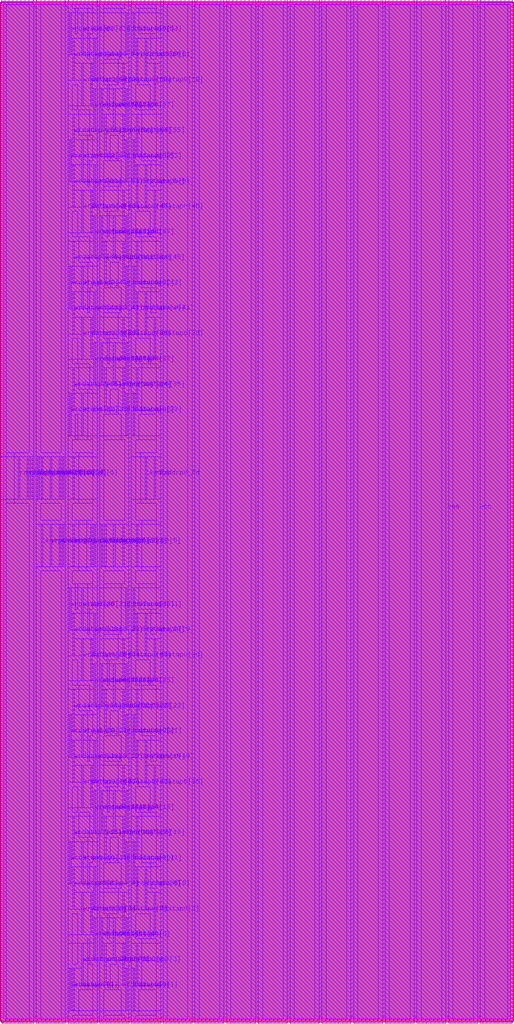
<source format=lef>
VERSION 5.8 ;
BUSBITCHARS "[]" ;
DIVIDERCHAR "/" ;

UNITS
  DATABASE MICRONS 4000 ;
END UNITS

PROPERTYDEFINITIONS
  MACRO hpml_layer STRING ;
  MACRO heml_layer STRING ;
END PROPERTYDEFINITIONS

MACRO arf062b064e1r1w0cbbehsaa4acw
  CLASS BLOCK ;
  FOREIGN arf062b064e1r1w0cbbehsaa4acw ;
  ORIGIN 0 0 ;
  SIZE 14.4 BY 28.8 ;
  PIN ckrdp0
    DIRECTION INPUT ;
    USE SIGNAL ;
    PORT
      LAYER m7 ;
        RECT 4.028 14.76 4.072 15.96 ;
    END
  END ckrdp0
  PIN ckwrp0
    DIRECTION INPUT ;
    USE SIGNAL ;
    PORT
      LAYER m7 ;
        RECT 1.072 12.84 1.116 14.04 ;
    END
  END ckwrp0
  PIN rdaddrp0[0]
    DIRECTION INPUT ;
    USE SIGNAL ;
    PORT
      LAYER m7 ;
        RECT 0.984 14.76 1.028 15.96 ;
    END
  END rdaddrp0[0]
  PIN rdaddrp0[1]
    DIRECTION INPUT ;
    USE SIGNAL ;
    PORT
      LAYER m7 ;
        RECT 1.072 14.76 1.116 15.96 ;
    END
  END rdaddrp0[1]
  PIN rdaddrp0[2]
    DIRECTION INPUT ;
    USE SIGNAL ;
    PORT
      LAYER m7 ;
        RECT 1.328 14.76 1.372 15.96 ;
    END
  END rdaddrp0[2]
  PIN rdaddrp0[3]
    DIRECTION INPUT ;
    USE SIGNAL ;
    PORT
      LAYER m7 ;
        RECT 1.584 14.76 1.628 15.96 ;
    END
  END rdaddrp0[3]
  PIN rdaddrp0[4]
    DIRECTION INPUT ;
    USE SIGNAL ;
    PORT
      LAYER m7 ;
        RECT 1.672 14.76 1.716 15.96 ;
    END
  END rdaddrp0[4]
  PIN rdaddrp0[5]
    DIRECTION INPUT ;
    USE SIGNAL ;
    PORT
      LAYER m7 ;
        RECT 1.972 14.76 2.016 15.96 ;
    END
  END rdaddrp0[5]
  PIN rdaddrp0_fd
    DIRECTION INPUT ;
    USE SIGNAL ;
    PORT
      LAYER m7 ;
        RECT 4.284 14.76 4.328 15.96 ;
    END
  END rdaddrp0_fd
  PIN rdaddrp0_rd
    DIRECTION INPUT ;
    USE SIGNAL ;
    PORT
      LAYER m7 ;
        RECT 0.428 14.76 0.472 15.96 ;
    END
  END rdaddrp0_rd
  PIN rdenp0
    DIRECTION INPUT ;
    USE SIGNAL ;
    PORT
      LAYER m7 ;
        RECT 0.684 14.76 0.728 15.96 ;
    END
  END rdenp0
  PIN sdl_initp0
    DIRECTION INPUT ;
    USE SIGNAL ;
    PORT
      LAYER m7 ;
        RECT 0.772 14.76 0.816 15.96 ;
    END
  END sdl_initp0
  PIN wraddrp0[0]
    DIRECTION INPUT ;
    USE SIGNAL ;
    PORT
      LAYER m7 ;
        RECT 2.572 12.84 2.616 14.04 ;
    END
  END wraddrp0[0]
  PIN wraddrp0[1]
    DIRECTION INPUT ;
    USE SIGNAL ;
    PORT
      LAYER m7 ;
        RECT 2.784 12.84 2.828 14.04 ;
    END
  END wraddrp0[1]
  PIN wraddrp0[2]
    DIRECTION INPUT ;
    USE SIGNAL ;
    PORT
      LAYER m7 ;
        RECT 2.872 12.84 2.916 14.04 ;
    END
  END wraddrp0[2]
  PIN wraddrp0[3]
    DIRECTION INPUT ;
    USE SIGNAL ;
    PORT
      LAYER m7 ;
        RECT 3.128 12.84 3.172 14.04 ;
    END
  END wraddrp0[3]
  PIN wraddrp0[4]
    DIRECTION INPUT ;
    USE SIGNAL ;
    PORT
      LAYER m7 ;
        RECT 3.384 12.84 3.428 14.04 ;
    END
  END wraddrp0[4]
  PIN wraddrp0[5]
    DIRECTION INPUT ;
    USE SIGNAL ;
    PORT
      LAYER m7 ;
        RECT 3.772 12.84 3.816 14.04 ;
    END
  END wraddrp0[5]
  PIN wraddrp0_fd
    DIRECTION INPUT ;
    USE SIGNAL ;
    PORT
      LAYER m7 ;
        RECT 1.328 12.84 1.372 14.04 ;
    END
  END wraddrp0_fd
  PIN wraddrp0_rd
    DIRECTION INPUT ;
    USE SIGNAL ;
    PORT
      LAYER m7 ;
        RECT 1.584 12.84 1.628 14.04 ;
    END
  END wraddrp0_rd
  PIN wrdatap0[0]
    DIRECTION INPUT ;
    USE SIGNAL ;
    PORT
      LAYER m7 ;
        RECT 1.884 0.24 1.928 1.44 ;
    END
  END wrdatap0[0]
  PIN wrdatap0[10]
    DIRECTION INPUT ;
    USE SIGNAL ;
    PORT
      LAYER m7 ;
        RECT 1.884 3.84 1.928 5.04 ;
    END
  END wrdatap0[10]
  PIN wrdatap0[11]
    DIRECTION INPUT ;
    USE SIGNAL ;
    PORT
      LAYER m7 ;
        RECT 2.228 3.84 2.272 5.04 ;
    END
  END wrdatap0[11]
  PIN wrdatap0[12]
    DIRECTION INPUT ;
    USE SIGNAL ;
    PORT
      LAYER m7 ;
        RECT 2.872 4.56 2.916 5.76 ;
    END
  END wrdatap0[12]
  PIN wrdatap0[13]
    DIRECTION INPUT ;
    USE SIGNAL ;
    PORT
      LAYER m7 ;
        RECT 1.972 4.56 2.016 5.76 ;
    END
  END wrdatap0[13]
  PIN wrdatap0[14]
    DIRECTION INPUT ;
    USE SIGNAL ;
    PORT
      LAYER m7 ;
        RECT 2.572 5.28 2.616 6.48 ;
    END
  END wrdatap0[14]
  PIN wrdatap0[15]
    DIRECTION INPUT ;
    USE SIGNAL ;
    PORT
      LAYER m7 ;
        RECT 2.784 5.28 2.828 6.48 ;
    END
  END wrdatap0[15]
  PIN wrdatap0[16]
    DIRECTION INPUT ;
    USE SIGNAL ;
    PORT
      LAYER m7 ;
        RECT 2.228 6 2.272 7.2 ;
    END
  END wrdatap0[16]
  PIN wrdatap0[17]
    DIRECTION INPUT ;
    USE SIGNAL ;
    PORT
      LAYER m7 ;
        RECT 2.484 6 2.528 7.2 ;
    END
  END wrdatap0[17]
  PIN wrdatap0[18]
    DIRECTION INPUT ;
    USE SIGNAL ;
    PORT
      LAYER m7 ;
        RECT 1.972 6.72 2.016 7.92 ;
    END
  END wrdatap0[18]
  PIN wrdatap0[19]
    DIRECTION INPUT ;
    USE SIGNAL ;
    PORT
      LAYER m7 ;
        RECT 2.572 6.72 2.616 7.92 ;
    END
  END wrdatap0[19]
  PIN wrdatap0[1]
    DIRECTION INPUT ;
    USE SIGNAL ;
    PORT
      LAYER m7 ;
        RECT 1.972 0.24 2.016 1.44 ;
    END
  END wrdatap0[1]
  PIN wrdatap0[20]
    DIRECTION INPUT ;
    USE SIGNAL ;
    PORT
      LAYER m7 ;
        RECT 1.884 7.44 1.928 8.64 ;
    END
  END wrdatap0[20]
  PIN wrdatap0[21]
    DIRECTION INPUT ;
    USE SIGNAL ;
    PORT
      LAYER m7 ;
        RECT 2.228 7.44 2.272 8.64 ;
    END
  END wrdatap0[21]
  PIN wrdatap0[22]
    DIRECTION INPUT ;
    USE SIGNAL ;
    PORT
      LAYER m7 ;
        RECT 2.872 8.16 2.916 9.36 ;
    END
  END wrdatap0[22]
  PIN wrdatap0[23]
    DIRECTION INPUT ;
    USE SIGNAL ;
    PORT
      LAYER m7 ;
        RECT 1.972 8.16 2.016 9.36 ;
    END
  END wrdatap0[23]
  PIN wrdatap0[24]
    DIRECTION INPUT ;
    USE SIGNAL ;
    PORT
      LAYER m7 ;
        RECT 2.572 8.88 2.616 10.08 ;
    END
  END wrdatap0[24]
  PIN wrdatap0[25]
    DIRECTION INPUT ;
    USE SIGNAL ;
    PORT
      LAYER m7 ;
        RECT 2.784 8.88 2.828 10.08 ;
    END
  END wrdatap0[25]
  PIN wrdatap0[26]
    DIRECTION INPUT ;
    USE SIGNAL ;
    PORT
      LAYER m7 ;
        RECT 2.228 9.6 2.272 10.8 ;
    END
  END wrdatap0[26]
  PIN wrdatap0[27]
    DIRECTION INPUT ;
    USE SIGNAL ;
    PORT
      LAYER m7 ;
        RECT 2.484 9.6 2.528 10.8 ;
    END
  END wrdatap0[27]
  PIN wrdatap0[28]
    DIRECTION INPUT ;
    USE SIGNAL ;
    PORT
      LAYER m7 ;
        RECT 1.972 10.32 2.016 11.52 ;
    END
  END wrdatap0[28]
  PIN wrdatap0[29]
    DIRECTION INPUT ;
    USE SIGNAL ;
    PORT
      LAYER m7 ;
        RECT 2.572 10.32 2.616 11.52 ;
    END
  END wrdatap0[29]
  PIN wrdatap0[2]
    DIRECTION INPUT ;
    USE SIGNAL ;
    PORT
      LAYER m7 ;
        RECT 2.872 0.96 2.916 2.16 ;
    END
  END wrdatap0[2]
  PIN wrdatap0[30]
    DIRECTION INPUT ;
    USE SIGNAL ;
    PORT
      LAYER m7 ;
        RECT 1.884 11.04 1.928 12.24 ;
    END
  END wrdatap0[30]
  PIN wrdatap0[31]
    DIRECTION INPUT ;
    USE SIGNAL ;
    PORT
      LAYER m7 ;
        RECT 2.228 11.04 2.272 12.24 ;
    END
  END wrdatap0[31]
  PIN wrdatap0[32]
    DIRECTION INPUT ;
    USE SIGNAL ;
    PORT
      LAYER m7 ;
        RECT 1.884 16.56 1.928 17.76 ;
    END
  END wrdatap0[32]
  PIN wrdatap0[33]
    DIRECTION INPUT ;
    USE SIGNAL ;
    PORT
      LAYER m7 ;
        RECT 2.228 16.56 2.272 17.76 ;
    END
  END wrdatap0[33]
  PIN wrdatap0[34]
    DIRECTION INPUT ;
    USE SIGNAL ;
    PORT
      LAYER m7 ;
        RECT 2.872 17.28 2.916 18.48 ;
    END
  END wrdatap0[34]
  PIN wrdatap0[35]
    DIRECTION INPUT ;
    USE SIGNAL ;
    PORT
      LAYER m7 ;
        RECT 1.972 17.28 2.016 18.48 ;
    END
  END wrdatap0[35]
  PIN wrdatap0[36]
    DIRECTION INPUT ;
    USE SIGNAL ;
    PORT
      LAYER m7 ;
        RECT 2.572 18 2.616 19.2 ;
    END
  END wrdatap0[36]
  PIN wrdatap0[37]
    DIRECTION INPUT ;
    USE SIGNAL ;
    PORT
      LAYER m7 ;
        RECT 2.784 18 2.828 19.2 ;
    END
  END wrdatap0[37]
  PIN wrdatap0[38]
    DIRECTION INPUT ;
    USE SIGNAL ;
    PORT
      LAYER m7 ;
        RECT 2.228 18.72 2.272 19.92 ;
    END
  END wrdatap0[38]
  PIN wrdatap0[39]
    DIRECTION INPUT ;
    USE SIGNAL ;
    PORT
      LAYER m7 ;
        RECT 2.484 18.72 2.528 19.92 ;
    END
  END wrdatap0[39]
  PIN wrdatap0[3]
    DIRECTION INPUT ;
    USE SIGNAL ;
    PORT
      LAYER m7 ;
        RECT 2.228 0.96 2.272 2.16 ;
    END
  END wrdatap0[3]
  PIN wrdatap0[40]
    DIRECTION INPUT ;
    USE SIGNAL ;
    PORT
      LAYER m7 ;
        RECT 1.972 19.44 2.016 20.64 ;
    END
  END wrdatap0[40]
  PIN wrdatap0[41]
    DIRECTION INPUT ;
    USE SIGNAL ;
    PORT
      LAYER m7 ;
        RECT 2.572 19.44 2.616 20.64 ;
    END
  END wrdatap0[41]
  PIN wrdatap0[42]
    DIRECTION INPUT ;
    USE SIGNAL ;
    PORT
      LAYER m7 ;
        RECT 1.884 20.16 1.928 21.36 ;
    END
  END wrdatap0[42]
  PIN wrdatap0[43]
    DIRECTION INPUT ;
    USE SIGNAL ;
    PORT
      LAYER m7 ;
        RECT 2.228 20.16 2.272 21.36 ;
    END
  END wrdatap0[43]
  PIN wrdatap0[44]
    DIRECTION INPUT ;
    USE SIGNAL ;
    PORT
      LAYER m7 ;
        RECT 2.872 20.88 2.916 22.08 ;
    END
  END wrdatap0[44]
  PIN wrdatap0[45]
    DIRECTION INPUT ;
    USE SIGNAL ;
    PORT
      LAYER m7 ;
        RECT 1.972 20.88 2.016 22.08 ;
    END
  END wrdatap0[45]
  PIN wrdatap0[46]
    DIRECTION INPUT ;
    USE SIGNAL ;
    PORT
      LAYER m7 ;
        RECT 2.572 21.6 2.616 22.8 ;
    END
  END wrdatap0[46]
  PIN wrdatap0[47]
    DIRECTION INPUT ;
    USE SIGNAL ;
    PORT
      LAYER m7 ;
        RECT 2.784 21.6 2.828 22.8 ;
    END
  END wrdatap0[47]
  PIN wrdatap0[48]
    DIRECTION INPUT ;
    USE SIGNAL ;
    PORT
      LAYER m7 ;
        RECT 2.228 22.32 2.272 23.52 ;
    END
  END wrdatap0[48]
  PIN wrdatap0[49]
    DIRECTION INPUT ;
    USE SIGNAL ;
    PORT
      LAYER m7 ;
        RECT 2.484 22.32 2.528 23.52 ;
    END
  END wrdatap0[49]
  PIN wrdatap0[4]
    DIRECTION INPUT ;
    USE SIGNAL ;
    PORT
      LAYER m7 ;
        RECT 2.572 1.68 2.616 2.88 ;
    END
  END wrdatap0[4]
  PIN wrdatap0[50]
    DIRECTION INPUT ;
    USE SIGNAL ;
    PORT
      LAYER m7 ;
        RECT 1.972 23.04 2.016 24.24 ;
    END
  END wrdatap0[50]
  PIN wrdatap0[51]
    DIRECTION INPUT ;
    USE SIGNAL ;
    PORT
      LAYER m7 ;
        RECT 2.572 23.04 2.616 24.24 ;
    END
  END wrdatap0[51]
  PIN wrdatap0[52]
    DIRECTION INPUT ;
    USE SIGNAL ;
    PORT
      LAYER m7 ;
        RECT 1.884 23.76 1.928 24.96 ;
    END
  END wrdatap0[52]
  PIN wrdatap0[53]
    DIRECTION INPUT ;
    USE SIGNAL ;
    PORT
      LAYER m7 ;
        RECT 2.228 23.76 2.272 24.96 ;
    END
  END wrdatap0[53]
  PIN wrdatap0[54]
    DIRECTION INPUT ;
    USE SIGNAL ;
    PORT
      LAYER m7 ;
        RECT 2.872 24.48 2.916 25.68 ;
    END
  END wrdatap0[54]
  PIN wrdatap0[55]
    DIRECTION INPUT ;
    USE SIGNAL ;
    PORT
      LAYER m7 ;
        RECT 1.972 24.48 2.016 25.68 ;
    END
  END wrdatap0[55]
  PIN wrdatap0[56]
    DIRECTION INPUT ;
    USE SIGNAL ;
    PORT
      LAYER m7 ;
        RECT 2.572 25.2 2.616 26.4 ;
    END
  END wrdatap0[56]
  PIN wrdatap0[57]
    DIRECTION INPUT ;
    USE SIGNAL ;
    PORT
      LAYER m7 ;
        RECT 2.784 25.2 2.828 26.4 ;
    END
  END wrdatap0[57]
  PIN wrdatap0[58]
    DIRECTION INPUT ;
    USE SIGNAL ;
    PORT
      LAYER m7 ;
        RECT 2.228 25.92 2.272 27.12 ;
    END
  END wrdatap0[58]
  PIN wrdatap0[59]
    DIRECTION INPUT ;
    USE SIGNAL ;
    PORT
      LAYER m7 ;
        RECT 2.484 25.92 2.528 27.12 ;
    END
  END wrdatap0[59]
  PIN wrdatap0[5]
    DIRECTION INPUT ;
    USE SIGNAL ;
    PORT
      LAYER m7 ;
        RECT 2.784 1.68 2.828 2.88 ;
    END
  END wrdatap0[5]
  PIN wrdatap0[60]
    DIRECTION INPUT ;
    USE SIGNAL ;
    PORT
      LAYER m7 ;
        RECT 1.972 26.64 2.016 27.84 ;
    END
  END wrdatap0[60]
  PIN wrdatap0[61]
    DIRECTION INPUT ;
    USE SIGNAL ;
    PORT
      LAYER m7 ;
        RECT 2.572 26.64 2.616 27.84 ;
    END
  END wrdatap0[61]
  PIN wrdatap0[62]
    DIRECTION INPUT ;
    USE SIGNAL ;
    PORT
      LAYER m7 ;
        RECT 1.884 27.36 1.928 28.56 ;
    END
  END wrdatap0[62]
  PIN wrdatap0[63]
    DIRECTION INPUT ;
    USE SIGNAL ;
    PORT
      LAYER m7 ;
        RECT 2.228 27.36 2.272 28.56 ;
    END
  END wrdatap0[63]
  PIN wrdatap0[6]
    DIRECTION INPUT ;
    USE SIGNAL ;
    PORT
      LAYER m7 ;
        RECT 2.228 2.4 2.272 3.6 ;
    END
  END wrdatap0[6]
  PIN wrdatap0[7]
    DIRECTION INPUT ;
    USE SIGNAL ;
    PORT
      LAYER m7 ;
        RECT 2.484 2.4 2.528 3.6 ;
    END
  END wrdatap0[7]
  PIN wrdatap0[8]
    DIRECTION INPUT ;
    USE SIGNAL ;
    PORT
      LAYER m7 ;
        RECT 1.972 3.12 2.016 4.32 ;
    END
  END wrdatap0[8]
  PIN wrdatap0[9]
    DIRECTION INPUT ;
    USE SIGNAL ;
    PORT
      LAYER m7 ;
        RECT 2.572 3.12 2.616 4.32 ;
    END
  END wrdatap0[9]
  PIN wrdatap0_fd
    DIRECTION INPUT ;
    USE SIGNAL ;
    PORT
      LAYER m7 ;
        RECT 1.972 12.84 2.016 14.04 ;
    END
  END wrdatap0_fd
  PIN wrdatap0_rd
    DIRECTION INPUT ;
    USE SIGNAL ;
    PORT
      LAYER m7 ;
        RECT 2.484 12.84 2.528 14.04 ;
    END
  END wrdatap0_rd
  PIN wrenp0
    DIRECTION INPUT ;
    USE SIGNAL ;
    PORT
      LAYER m7 ;
        RECT 1.672 12.84 1.716 14.04 ;
    END
  END wrenp0
  PIN rddatap0[0]
    DIRECTION OUTPUT ;
    USE SIGNAL ;
    PORT
      LAYER m7 ;
        RECT 3.472 0.24 3.516 1.44 ;
    END
  END rddatap0[0]
  PIN rddatap0[10]
    DIRECTION OUTPUT ;
    USE SIGNAL ;
    PORT
      LAYER m7 ;
        RECT 3.472 3.84 3.516 5.04 ;
    END
  END rddatap0[10]
  PIN rddatap0[11]
    DIRECTION OUTPUT ;
    USE SIGNAL ;
    PORT
      LAYER m7 ;
        RECT 3.684 3.84 3.728 5.04 ;
    END
  END rddatap0[11]
  PIN rddatap0[12]
    DIRECTION OUTPUT ;
    USE SIGNAL ;
    PORT
      LAYER m7 ;
        RECT 3.384 4.56 3.428 5.76 ;
    END
  END rddatap0[12]
  PIN rddatap0[13]
    DIRECTION OUTPUT ;
    USE SIGNAL ;
    PORT
      LAYER m7 ;
        RECT 3.772 4.56 3.816 5.76 ;
    END
  END rddatap0[13]
  PIN rddatap0[14]
    DIRECTION OUTPUT ;
    USE SIGNAL ;
    PORT
      LAYER m7 ;
        RECT 3.128 5.28 3.172 6.48 ;
    END
  END rddatap0[14]
  PIN rddatap0[15]
    DIRECTION OUTPUT ;
    USE SIGNAL ;
    PORT
      LAYER m7 ;
        RECT 3.472 5.28 3.516 6.48 ;
    END
  END rddatap0[15]
  PIN rddatap0[16]
    DIRECTION OUTPUT ;
    USE SIGNAL ;
    PORT
      LAYER m7 ;
        RECT 4.284 6 4.328 7.2 ;
    END
  END rddatap0[16]
  PIN rddatap0[17]
    DIRECTION OUTPUT ;
    USE SIGNAL ;
    PORT
      LAYER m7 ;
        RECT 3.384 6 3.428 7.2 ;
    END
  END rddatap0[17]
  PIN rddatap0[18]
    DIRECTION OUTPUT ;
    USE SIGNAL ;
    PORT
      LAYER m7 ;
        RECT 3.772 6.72 3.816 7.92 ;
    END
  END rddatap0[18]
  PIN rddatap0[19]
    DIRECTION OUTPUT ;
    USE SIGNAL ;
    PORT
      LAYER m7 ;
        RECT 4.028 6.72 4.072 7.92 ;
    END
  END rddatap0[19]
  PIN rddatap0[1]
    DIRECTION OUTPUT ;
    USE SIGNAL ;
    PORT
      LAYER m7 ;
        RECT 3.684 0.24 3.728 1.44 ;
    END
  END rddatap0[1]
  PIN rddatap0[20]
    DIRECTION OUTPUT ;
    USE SIGNAL ;
    PORT
      LAYER m7 ;
        RECT 3.472 7.44 3.516 8.64 ;
    END
  END rddatap0[20]
  PIN rddatap0[21]
    DIRECTION OUTPUT ;
    USE SIGNAL ;
    PORT
      LAYER m7 ;
        RECT 3.684 7.44 3.728 8.64 ;
    END
  END rddatap0[21]
  PIN rddatap0[22]
    DIRECTION OUTPUT ;
    USE SIGNAL ;
    PORT
      LAYER m7 ;
        RECT 3.384 8.16 3.428 9.36 ;
    END
  END rddatap0[22]
  PIN rddatap0[23]
    DIRECTION OUTPUT ;
    USE SIGNAL ;
    PORT
      LAYER m7 ;
        RECT 3.772 8.16 3.816 9.36 ;
    END
  END rddatap0[23]
  PIN rddatap0[24]
    DIRECTION OUTPUT ;
    USE SIGNAL ;
    PORT
      LAYER m7 ;
        RECT 3.128 8.88 3.172 10.08 ;
    END
  END rddatap0[24]
  PIN rddatap0[25]
    DIRECTION OUTPUT ;
    USE SIGNAL ;
    PORT
      LAYER m7 ;
        RECT 3.472 8.88 3.516 10.08 ;
    END
  END rddatap0[25]
  PIN rddatap0[26]
    DIRECTION OUTPUT ;
    USE SIGNAL ;
    PORT
      LAYER m7 ;
        RECT 4.284 9.6 4.328 10.8 ;
    END
  END rddatap0[26]
  PIN rddatap0[27]
    DIRECTION OUTPUT ;
    USE SIGNAL ;
    PORT
      LAYER m7 ;
        RECT 3.384 9.6 3.428 10.8 ;
    END
  END rddatap0[27]
  PIN rddatap0[28]
    DIRECTION OUTPUT ;
    USE SIGNAL ;
    PORT
      LAYER m7 ;
        RECT 3.772 10.32 3.816 11.52 ;
    END
  END rddatap0[28]
  PIN rddatap0[29]
    DIRECTION OUTPUT ;
    USE SIGNAL ;
    PORT
      LAYER m7 ;
        RECT 4.028 10.32 4.072 11.52 ;
    END
  END rddatap0[29]
  PIN rddatap0[2]
    DIRECTION OUTPUT ;
    USE SIGNAL ;
    PORT
      LAYER m7 ;
        RECT 3.384 0.96 3.428 2.16 ;
    END
  END rddatap0[2]
  PIN rddatap0[30]
    DIRECTION OUTPUT ;
    USE SIGNAL ;
    PORT
      LAYER m7 ;
        RECT 3.472 11.04 3.516 12.24 ;
    END
  END rddatap0[30]
  PIN rddatap0[31]
    DIRECTION OUTPUT ;
    USE SIGNAL ;
    PORT
      LAYER m7 ;
        RECT 3.684 11.04 3.728 12.24 ;
    END
  END rddatap0[31]
  PIN rddatap0[32]
    DIRECTION OUTPUT ;
    USE SIGNAL ;
    PORT
      LAYER m7 ;
        RECT 3.472 16.56 3.516 17.76 ;
    END
  END rddatap0[32]
  PIN rddatap0[33]
    DIRECTION OUTPUT ;
    USE SIGNAL ;
    PORT
      LAYER m7 ;
        RECT 3.684 16.56 3.728 17.76 ;
    END
  END rddatap0[33]
  PIN rddatap0[34]
    DIRECTION OUTPUT ;
    USE SIGNAL ;
    PORT
      LAYER m7 ;
        RECT 3.384 17.28 3.428 18.48 ;
    END
  END rddatap0[34]
  PIN rddatap0[35]
    DIRECTION OUTPUT ;
    USE SIGNAL ;
    PORT
      LAYER m7 ;
        RECT 3.772 17.28 3.816 18.48 ;
    END
  END rddatap0[35]
  PIN rddatap0[36]
    DIRECTION OUTPUT ;
    USE SIGNAL ;
    PORT
      LAYER m7 ;
        RECT 3.128 18 3.172 19.2 ;
    END
  END rddatap0[36]
  PIN rddatap0[37]
    DIRECTION OUTPUT ;
    USE SIGNAL ;
    PORT
      LAYER m7 ;
        RECT 3.472 18 3.516 19.2 ;
    END
  END rddatap0[37]
  PIN rddatap0[38]
    DIRECTION OUTPUT ;
    USE SIGNAL ;
    PORT
      LAYER m7 ;
        RECT 4.284 18.72 4.328 19.92 ;
    END
  END rddatap0[38]
  PIN rddatap0[39]
    DIRECTION OUTPUT ;
    USE SIGNAL ;
    PORT
      LAYER m7 ;
        RECT 3.384 18.72 3.428 19.92 ;
    END
  END rddatap0[39]
  PIN rddatap0[3]
    DIRECTION OUTPUT ;
    USE SIGNAL ;
    PORT
      LAYER m7 ;
        RECT 3.772 0.96 3.816 2.16 ;
    END
  END rddatap0[3]
  PIN rddatap0[40]
    DIRECTION OUTPUT ;
    USE SIGNAL ;
    PORT
      LAYER m7 ;
        RECT 3.772 19.44 3.816 20.64 ;
    END
  END rddatap0[40]
  PIN rddatap0[41]
    DIRECTION OUTPUT ;
    USE SIGNAL ;
    PORT
      LAYER m7 ;
        RECT 4.028 19.44 4.072 20.64 ;
    END
  END rddatap0[41]
  PIN rddatap0[42]
    DIRECTION OUTPUT ;
    USE SIGNAL ;
    PORT
      LAYER m7 ;
        RECT 3.472 20.16 3.516 21.36 ;
    END
  END rddatap0[42]
  PIN rddatap0[43]
    DIRECTION OUTPUT ;
    USE SIGNAL ;
    PORT
      LAYER m7 ;
        RECT 3.684 20.16 3.728 21.36 ;
    END
  END rddatap0[43]
  PIN rddatap0[44]
    DIRECTION OUTPUT ;
    USE SIGNAL ;
    PORT
      LAYER m7 ;
        RECT 3.384 20.88 3.428 22.08 ;
    END
  END rddatap0[44]
  PIN rddatap0[45]
    DIRECTION OUTPUT ;
    USE SIGNAL ;
    PORT
      LAYER m7 ;
        RECT 3.772 20.88 3.816 22.08 ;
    END
  END rddatap0[45]
  PIN rddatap0[46]
    DIRECTION OUTPUT ;
    USE SIGNAL ;
    PORT
      LAYER m7 ;
        RECT 3.128 21.6 3.172 22.8 ;
    END
  END rddatap0[46]
  PIN rddatap0[47]
    DIRECTION OUTPUT ;
    USE SIGNAL ;
    PORT
      LAYER m7 ;
        RECT 3.472 21.6 3.516 22.8 ;
    END
  END rddatap0[47]
  PIN rddatap0[48]
    DIRECTION OUTPUT ;
    USE SIGNAL ;
    PORT
      LAYER m7 ;
        RECT 4.284 22.32 4.328 23.52 ;
    END
  END rddatap0[48]
  PIN rddatap0[49]
    DIRECTION OUTPUT ;
    USE SIGNAL ;
    PORT
      LAYER m7 ;
        RECT 3.384 22.32 3.428 23.52 ;
    END
  END rddatap0[49]
  PIN rddatap0[4]
    DIRECTION OUTPUT ;
    USE SIGNAL ;
    PORT
      LAYER m7 ;
        RECT 3.128 1.68 3.172 2.88 ;
    END
  END rddatap0[4]
  PIN rddatap0[50]
    DIRECTION OUTPUT ;
    USE SIGNAL ;
    PORT
      LAYER m7 ;
        RECT 3.772 23.04 3.816 24.24 ;
    END
  END rddatap0[50]
  PIN rddatap0[51]
    DIRECTION OUTPUT ;
    USE SIGNAL ;
    PORT
      LAYER m7 ;
        RECT 4.028 23.04 4.072 24.24 ;
    END
  END rddatap0[51]
  PIN rddatap0[52]
    DIRECTION OUTPUT ;
    USE SIGNAL ;
    PORT
      LAYER m7 ;
        RECT 3.472 23.76 3.516 24.96 ;
    END
  END rddatap0[52]
  PIN rddatap0[53]
    DIRECTION OUTPUT ;
    USE SIGNAL ;
    PORT
      LAYER m7 ;
        RECT 3.684 23.76 3.728 24.96 ;
    END
  END rddatap0[53]
  PIN rddatap0[54]
    DIRECTION OUTPUT ;
    USE SIGNAL ;
    PORT
      LAYER m7 ;
        RECT 3.384 24.48 3.428 25.68 ;
    END
  END rddatap0[54]
  PIN rddatap0[55]
    DIRECTION OUTPUT ;
    USE SIGNAL ;
    PORT
      LAYER m7 ;
        RECT 3.772 24.48 3.816 25.68 ;
    END
  END rddatap0[55]
  PIN rddatap0[56]
    DIRECTION OUTPUT ;
    USE SIGNAL ;
    PORT
      LAYER m7 ;
        RECT 3.128 25.2 3.172 26.4 ;
    END
  END rddatap0[56]
  PIN rddatap0[57]
    DIRECTION OUTPUT ;
    USE SIGNAL ;
    PORT
      LAYER m7 ;
        RECT 3.472 25.2 3.516 26.4 ;
    END
  END rddatap0[57]
  PIN rddatap0[58]
    DIRECTION OUTPUT ;
    USE SIGNAL ;
    PORT
      LAYER m7 ;
        RECT 4.284 25.92 4.328 27.12 ;
    END
  END rddatap0[58]
  PIN rddatap0[59]
    DIRECTION OUTPUT ;
    USE SIGNAL ;
    PORT
      LAYER m7 ;
        RECT 3.384 25.92 3.428 27.12 ;
    END
  END rddatap0[59]
  PIN rddatap0[5]
    DIRECTION OUTPUT ;
    USE SIGNAL ;
    PORT
      LAYER m7 ;
        RECT 3.472 1.68 3.516 2.88 ;
    END
  END rddatap0[5]
  PIN rddatap0[60]
    DIRECTION OUTPUT ;
    USE SIGNAL ;
    PORT
      LAYER m7 ;
        RECT 3.772 26.64 3.816 27.84 ;
    END
  END rddatap0[60]
  PIN rddatap0[61]
    DIRECTION OUTPUT ;
    USE SIGNAL ;
    PORT
      LAYER m7 ;
        RECT 4.028 26.64 4.072 27.84 ;
    END
  END rddatap0[61]
  PIN rddatap0[62]
    DIRECTION OUTPUT ;
    USE SIGNAL ;
    PORT
      LAYER m7 ;
        RECT 3.472 27.36 3.516 28.56 ;
    END
  END rddatap0[62]
  PIN rddatap0[63]
    DIRECTION OUTPUT ;
    USE SIGNAL ;
    PORT
      LAYER m7 ;
        RECT 3.684 27.36 3.728 28.56 ;
    END
  END rddatap0[63]
  PIN rddatap0[6]
    DIRECTION OUTPUT ;
    USE SIGNAL ;
    PORT
      LAYER m7 ;
        RECT 4.284 2.4 4.328 3.6 ;
    END
  END rddatap0[6]
  PIN rddatap0[7]
    DIRECTION OUTPUT ;
    USE SIGNAL ;
    PORT
      LAYER m7 ;
        RECT 3.384 2.4 3.428 3.6 ;
    END
  END rddatap0[7]
  PIN rddatap0[8]
    DIRECTION OUTPUT ;
    USE SIGNAL ;
    PORT
      LAYER m7 ;
        RECT 3.772 3.12 3.816 4.32 ;
    END
  END rddatap0[8]
  PIN rddatap0[9]
    DIRECTION OUTPUT ;
    USE SIGNAL ;
    PORT
      LAYER m7 ;
        RECT 4.028 3.12 4.072 4.32 ;
    END
  END rddatap0[9]
  PIN vcc
    DIRECTION INPUT ;
    USE POWER ;
    PORT
      LAYER m7 ;
        RECT 0.862 0.06 0.938 28.74 ;
        RECT 2.662 0.06 2.738 28.74 ;
        RECT 4.462 0.06 4.538 28.74 ;
        RECT 6.262 0.06 6.338 28.74 ;
        RECT 8.062 0.06 8.138 28.74 ;
        RECT 9.862 0.06 9.938 28.74 ;
        RECT 11.662 0.06 11.738 28.74 ;
        RECT 13.462 0.06 13.538 28.74 ;
    END
  END vcc
  PIN vss
    DIRECTION INOUT ;
    USE GROUND ;
    PORT
      LAYER m7 ;
        RECT 1.762 0.06 1.838 28.74 ;
        RECT 3.562 0.06 3.638 28.74 ;
        RECT 5.362 0.06 5.438 28.74 ;
        RECT 7.162 0.06 7.238 28.74 ;
        RECT 8.962 0.06 9.038 28.74 ;
        RECT 10.762 0.06 10.838 28.74 ;
        RECT 12.562 0.06 12.638 28.74 ;
    END
  END vss
  OBS
    LAYER m0 SPACING 0 ;
      RECT -0.016 -0.014 14.416 28.814 ;
    LAYER m1 SPACING 0 ;
      RECT -0.02 -0.02 14.42 28.82 ;
    LAYER m2 SPACING 0 ;
      RECT -0.0705 -0.038 14.4705 28.838 ;
    LAYER m3 SPACING 0 ;
      RECT -0.035 -0.07 14.435 28.87 ;
    LAYER m4 SPACING 0 ;
      RECT -0.07 -0.038 14.47 28.838 ;
    LAYER m5 SPACING 0 ;
      RECT -0.059 -0.09 14.459 28.89 ;
    LAYER m6 SPACING 0 ;
      RECT -0.09 -0.062 14.49 28.862 ;
    LAYER m7 SPACING 0 ;
      RECT 13.538 28.86 14.44 28.92 ;
      RECT 13.538 -0.06 14.492 28.86 ;
      RECT 13.538 -0.12 14.44 -0.06 ;
      RECT 12.638 -0.12 13.462 28.92 ;
      RECT 11.738 -0.12 12.562 28.92 ;
      RECT 10.838 -0.12 11.662 28.92 ;
      RECT 9.938 -0.12 10.762 28.92 ;
      RECT 9.038 -0.12 9.862 28.92 ;
      RECT 8.138 -0.12 8.962 28.92 ;
      RECT 7.238 -0.12 8.062 28.92 ;
      RECT 6.338 -0.12 7.162 28.92 ;
      RECT 5.438 -0.12 6.262 28.92 ;
      RECT 4.538 -0.12 5.362 28.92 ;
      RECT 3.638 28.56 4.462 28.92 ;
      RECT 3.728 27.84 4.462 28.56 ;
      RECT 3.638 27.36 3.684 28.56 ;
      RECT 3.728 27.36 3.772 27.84 ;
      RECT 4.072 27.12 4.462 27.84 ;
      RECT 3.816 26.64 4.028 27.84 ;
      RECT 3.638 26.64 3.772 27.36 ;
      RECT 4.072 26.64 4.284 27.12 ;
      RECT 4.328 25.92 4.462 27.12 ;
      RECT 3.638 25.92 4.284 26.64 ;
      RECT 3.638 25.68 4.462 25.92 ;
      RECT 3.638 24.96 3.772 25.68 ;
      RECT 3.816 24.48 4.462 25.68 ;
      RECT 3.728 24.48 3.772 24.96 ;
      RECT 3.728 24.24 4.462 24.48 ;
      RECT 3.638 23.76 3.684 24.96 ;
      RECT 3.728 23.76 3.772 24.24 ;
      RECT 4.072 23.52 4.462 24.24 ;
      RECT 3.816 23.04 4.028 24.24 ;
      RECT 3.638 23.04 3.772 23.76 ;
      RECT 4.072 23.04 4.284 23.52 ;
      RECT 4.328 22.32 4.462 23.52 ;
      RECT 3.638 22.32 4.284 23.04 ;
      RECT 3.638 22.08 4.462 22.32 ;
      RECT 3.638 21.36 3.772 22.08 ;
      RECT 3.816 20.88 4.462 22.08 ;
      RECT 3.728 20.88 3.772 21.36 ;
      RECT 3.728 20.64 4.462 20.88 ;
      RECT 3.638 20.16 3.684 21.36 ;
      RECT 3.728 20.16 3.772 20.64 ;
      RECT 4.072 19.92 4.462 20.64 ;
      RECT 3.816 19.44 4.028 20.64 ;
      RECT 3.638 19.44 3.772 20.16 ;
      RECT 4.072 19.44 4.284 19.92 ;
      RECT 4.328 18.72 4.462 19.92 ;
      RECT 3.638 18.72 4.284 19.44 ;
      RECT 3.638 18.48 4.462 18.72 ;
      RECT 3.638 17.76 3.772 18.48 ;
      RECT 3.816 17.28 4.462 18.48 ;
      RECT 3.728 17.28 3.772 17.76 ;
      RECT 3.638 16.56 3.684 17.76 ;
      RECT 3.728 16.56 4.462 17.28 ;
      RECT 3.638 15.96 4.462 16.56 ;
      RECT 3.638 14.76 4.028 15.96 ;
      RECT 4.072 14.76 4.284 15.96 ;
      RECT 4.328 14.76 4.462 15.96 ;
      RECT 3.638 14.04 4.462 14.76 ;
      RECT 3.638 12.84 3.772 14.04 ;
      RECT 3.816 12.84 4.462 14.04 ;
      RECT 3.638 12.24 4.462 12.84 ;
      RECT 3.728 11.52 4.462 12.24 ;
      RECT 3.638 11.04 3.684 12.24 ;
      RECT 3.728 11.04 3.772 11.52 ;
      RECT 4.072 10.8 4.462 11.52 ;
      RECT 3.816 10.32 4.028 11.52 ;
      RECT 3.638 10.32 3.772 11.04 ;
      RECT 4.072 10.32 4.284 10.8 ;
      RECT 4.328 9.6 4.462 10.8 ;
      RECT 3.638 9.6 4.284 10.32 ;
      RECT 3.638 9.36 4.462 9.6 ;
      RECT 3.638 8.64 3.772 9.36 ;
      RECT 3.816 8.16 4.462 9.36 ;
      RECT 3.728 8.16 3.772 8.64 ;
      RECT 3.728 7.92 4.462 8.16 ;
      RECT 3.638 7.44 3.684 8.64 ;
      RECT 3.728 7.44 3.772 7.92 ;
      RECT 4.072 7.2 4.462 7.92 ;
      RECT 3.816 6.72 4.028 7.92 ;
      RECT 3.638 6.72 3.772 7.44 ;
      RECT 4.072 6.72 4.284 7.2 ;
      RECT 4.328 6 4.462 7.2 ;
      RECT 3.638 6 4.284 6.72 ;
      RECT 3.638 5.76 4.462 6 ;
      RECT 3.638 5.04 3.772 5.76 ;
      RECT 3.816 4.56 4.462 5.76 ;
      RECT 3.728 4.56 3.772 5.04 ;
      RECT 3.728 4.32 4.462 4.56 ;
      RECT 3.638 3.84 3.684 5.04 ;
      RECT 3.728 3.84 3.772 4.32 ;
      RECT 4.072 3.6 4.462 4.32 ;
      RECT 3.816 3.12 4.028 4.32 ;
      RECT 3.638 3.12 3.772 3.84 ;
      RECT 4.072 3.12 4.284 3.6 ;
      RECT 4.328 2.4 4.462 3.6 ;
      RECT 3.638 2.4 4.284 3.12 ;
      RECT 3.638 2.16 4.462 2.4 ;
      RECT 3.638 1.44 3.772 2.16 ;
      RECT 3.816 0.96 4.462 2.16 ;
      RECT 3.728 0.96 3.772 1.44 ;
      RECT 3.638 0.24 3.684 1.44 ;
      RECT 3.728 0.24 4.462 0.96 ;
      RECT 3.638 -0.12 4.462 0.24 ;
      RECT 2.738 28.56 3.562 28.92 ;
      RECT 2.738 27.36 3.472 28.56 ;
      RECT 3.516 27.36 3.562 28.56 ;
      RECT 2.738 27.12 3.562 27.36 ;
      RECT 2.738 26.4 3.384 27.12 ;
      RECT 3.428 26.4 3.562 27.12 ;
      RECT 3.172 25.92 3.384 26.4 ;
      RECT 3.428 25.92 3.472 26.4 ;
      RECT 2.828 25.68 3.128 26.4 ;
      RECT 3.172 25.68 3.472 25.92 ;
      RECT 2.738 25.2 2.784 26.4 ;
      RECT 3.516 25.2 3.562 26.4 ;
      RECT 2.828 25.2 2.872 25.68 ;
      RECT 2.916 25.2 3.128 25.68 ;
      RECT 3.172 25.2 3.384 25.68 ;
      RECT 3.428 25.2 3.472 25.68 ;
      RECT 3.428 24.96 3.562 25.2 ;
      RECT 2.738 24.48 2.872 25.2 ;
      RECT 2.916 24.48 3.384 25.2 ;
      RECT 3.428 24.48 3.472 24.96 ;
      RECT 3.516 23.76 3.562 24.96 ;
      RECT 2.738 23.76 3.472 24.48 ;
      RECT 2.738 23.52 3.562 23.76 ;
      RECT 2.738 22.8 3.384 23.52 ;
      RECT 3.428 22.8 3.562 23.52 ;
      RECT 3.172 22.32 3.384 22.8 ;
      RECT 3.428 22.32 3.472 22.8 ;
      RECT 2.828 22.08 3.128 22.8 ;
      RECT 3.172 22.08 3.472 22.32 ;
      RECT 2.738 21.6 2.784 22.8 ;
      RECT 3.516 21.6 3.562 22.8 ;
      RECT 2.828 21.6 2.872 22.08 ;
      RECT 2.916 21.6 3.128 22.08 ;
      RECT 3.172 21.6 3.384 22.08 ;
      RECT 3.428 21.6 3.472 22.08 ;
      RECT 3.428 21.36 3.562 21.6 ;
      RECT 2.738 20.88 2.872 21.6 ;
      RECT 2.916 20.88 3.384 21.6 ;
      RECT 3.428 20.88 3.472 21.36 ;
      RECT 3.516 20.16 3.562 21.36 ;
      RECT 2.738 20.16 3.472 20.88 ;
      RECT 2.738 19.92 3.562 20.16 ;
      RECT 2.738 19.2 3.384 19.92 ;
      RECT 3.428 19.2 3.562 19.92 ;
      RECT 3.172 18.72 3.384 19.2 ;
      RECT 3.428 18.72 3.472 19.2 ;
      RECT 2.828 18.48 3.128 19.2 ;
      RECT 3.172 18.48 3.472 18.72 ;
      RECT 2.738 18 2.784 19.2 ;
      RECT 3.516 18 3.562 19.2 ;
      RECT 2.828 18 2.872 18.48 ;
      RECT 2.916 18 3.128 18.48 ;
      RECT 3.172 18 3.384 18.48 ;
      RECT 3.428 18 3.472 18.48 ;
      RECT 3.428 17.76 3.562 18 ;
      RECT 2.738 17.28 2.872 18 ;
      RECT 2.916 17.28 3.384 18 ;
      RECT 3.428 17.28 3.472 17.76 ;
      RECT 3.516 16.56 3.562 17.76 ;
      RECT 2.738 16.56 3.472 17.28 ;
      RECT 2.738 14.04 3.562 16.56 ;
      RECT 2.738 12.84 2.784 14.04 ;
      RECT 2.828 12.84 2.872 14.04 ;
      RECT 2.916 12.84 3.128 14.04 ;
      RECT 3.172 12.84 3.384 14.04 ;
      RECT 3.428 12.84 3.562 14.04 ;
      RECT 2.738 12.24 3.562 12.84 ;
      RECT 2.738 11.04 3.472 12.24 ;
      RECT 3.516 11.04 3.562 12.24 ;
      RECT 2.738 10.8 3.562 11.04 ;
      RECT 2.738 10.08 3.384 10.8 ;
      RECT 3.428 10.08 3.562 10.8 ;
      RECT 3.172 9.6 3.384 10.08 ;
      RECT 3.428 9.6 3.472 10.08 ;
      RECT 2.828 9.36 3.128 10.08 ;
      RECT 3.172 9.36 3.472 9.6 ;
      RECT 2.738 8.88 2.784 10.08 ;
      RECT 3.516 8.88 3.562 10.08 ;
      RECT 2.828 8.88 2.872 9.36 ;
      RECT 2.916 8.88 3.128 9.36 ;
      RECT 3.172 8.88 3.384 9.36 ;
      RECT 3.428 8.88 3.472 9.36 ;
      RECT 3.428 8.64 3.562 8.88 ;
      RECT 2.738 8.16 2.872 8.88 ;
      RECT 2.916 8.16 3.384 8.88 ;
      RECT 3.428 8.16 3.472 8.64 ;
      RECT 3.516 7.44 3.562 8.64 ;
      RECT 2.738 7.44 3.472 8.16 ;
      RECT 2.738 7.2 3.562 7.44 ;
      RECT 2.738 6.48 3.384 7.2 ;
      RECT 3.428 6.48 3.562 7.2 ;
      RECT 3.172 6 3.384 6.48 ;
      RECT 3.428 6 3.472 6.48 ;
      RECT 2.828 5.76 3.128 6.48 ;
      RECT 3.172 5.76 3.472 6 ;
      RECT 2.738 5.28 2.784 6.48 ;
      RECT 3.516 5.28 3.562 6.48 ;
      RECT 2.828 5.28 2.872 5.76 ;
      RECT 2.916 5.28 3.128 5.76 ;
      RECT 3.172 5.28 3.384 5.76 ;
      RECT 3.428 5.28 3.472 5.76 ;
      RECT 3.428 5.04 3.562 5.28 ;
      RECT 2.738 4.56 2.872 5.28 ;
      RECT 2.916 4.56 3.384 5.28 ;
      RECT 3.428 4.56 3.472 5.04 ;
      RECT 3.516 3.84 3.562 5.04 ;
      RECT 2.738 3.84 3.472 4.56 ;
      RECT 2.738 3.6 3.562 3.84 ;
      RECT 2.738 2.88 3.384 3.6 ;
      RECT 3.428 2.88 3.562 3.6 ;
      RECT 3.172 2.4 3.384 2.88 ;
      RECT 3.428 2.4 3.472 2.88 ;
      RECT 2.828 2.16 3.128 2.88 ;
      RECT 3.172 2.16 3.472 2.4 ;
      RECT 2.738 1.68 2.784 2.88 ;
      RECT 3.516 1.68 3.562 2.88 ;
      RECT 2.828 1.68 2.872 2.16 ;
      RECT 2.916 1.68 3.128 2.16 ;
      RECT 3.172 1.68 3.384 2.16 ;
      RECT 3.428 1.68 3.472 2.16 ;
      RECT 3.428 1.44 3.562 1.68 ;
      RECT 2.738 0.96 2.872 1.68 ;
      RECT 2.916 0.96 3.384 1.68 ;
      RECT 3.428 0.96 3.472 1.44 ;
      RECT 3.516 0.24 3.562 1.44 ;
      RECT 2.738 0.24 3.472 0.96 ;
      RECT 2.738 -0.12 3.562 0.24 ;
      RECT 1.838 28.56 2.662 28.92 ;
      RECT 1.928 27.84 2.228 28.56 ;
      RECT 2.272 27.84 2.662 28.56 ;
      RECT 1.838 27.36 1.884 28.56 ;
      RECT 1.928 27.36 1.972 27.84 ;
      RECT 2.016 27.36 2.228 27.84 ;
      RECT 2.272 27.36 2.572 27.84 ;
      RECT 2.016 27.12 2.572 27.36 ;
      RECT 2.616 26.64 2.662 27.84 ;
      RECT 1.838 26.64 1.972 27.36 ;
      RECT 2.016 26.64 2.228 27.12 ;
      RECT 2.528 26.64 2.572 27.12 ;
      RECT 2.528 26.4 2.662 26.64 ;
      RECT 2.272 25.92 2.484 27.12 ;
      RECT 1.838 25.92 2.228 26.64 ;
      RECT 2.528 25.92 2.572 26.4 ;
      RECT 1.838 25.68 2.572 25.92 ;
      RECT 2.616 25.2 2.662 26.4 ;
      RECT 2.016 25.2 2.572 25.68 ;
      RECT 1.838 24.96 1.972 25.68 ;
      RECT 2.016 24.96 2.662 25.2 ;
      RECT 1.928 24.48 1.972 24.96 ;
      RECT 2.016 24.48 2.228 24.96 ;
      RECT 2.272 24.24 2.662 24.96 ;
      RECT 1.928 24.24 2.228 24.48 ;
      RECT 1.838 23.76 1.884 24.96 ;
      RECT 1.928 23.76 1.972 24.24 ;
      RECT 2.016 23.76 2.228 24.24 ;
      RECT 2.272 23.76 2.572 24.24 ;
      RECT 2.016 23.52 2.572 23.76 ;
      RECT 2.616 23.04 2.662 24.24 ;
      RECT 1.838 23.04 1.972 23.76 ;
      RECT 2.016 23.04 2.228 23.52 ;
      RECT 2.528 23.04 2.572 23.52 ;
      RECT 2.528 22.8 2.662 23.04 ;
      RECT 2.272 22.32 2.484 23.52 ;
      RECT 1.838 22.32 2.228 23.04 ;
      RECT 2.528 22.32 2.572 22.8 ;
      RECT 1.838 22.08 2.572 22.32 ;
      RECT 2.616 21.6 2.662 22.8 ;
      RECT 2.016 21.6 2.572 22.08 ;
      RECT 1.838 21.36 1.972 22.08 ;
      RECT 2.016 21.36 2.662 21.6 ;
      RECT 1.928 20.88 1.972 21.36 ;
      RECT 2.016 20.88 2.228 21.36 ;
      RECT 2.272 20.64 2.662 21.36 ;
      RECT 1.928 20.64 2.228 20.88 ;
      RECT 1.838 20.16 1.884 21.36 ;
      RECT 1.928 20.16 1.972 20.64 ;
      RECT 2.016 20.16 2.228 20.64 ;
      RECT 2.272 20.16 2.572 20.64 ;
      RECT 2.016 19.92 2.572 20.16 ;
      RECT 2.616 19.44 2.662 20.64 ;
      RECT 1.838 19.44 1.972 20.16 ;
      RECT 2.016 19.44 2.228 19.92 ;
      RECT 2.528 19.44 2.572 19.92 ;
      RECT 2.528 19.2 2.662 19.44 ;
      RECT 2.272 18.72 2.484 19.92 ;
      RECT 1.838 18.72 2.228 19.44 ;
      RECT 2.528 18.72 2.572 19.2 ;
      RECT 1.838 18.48 2.572 18.72 ;
      RECT 2.616 18 2.662 19.2 ;
      RECT 2.016 18 2.572 18.48 ;
      RECT 1.838 17.76 1.972 18.48 ;
      RECT 2.016 17.76 2.662 18 ;
      RECT 1.928 17.28 1.972 17.76 ;
      RECT 2.016 17.28 2.228 17.76 ;
      RECT 1.838 16.56 1.884 17.76 ;
      RECT 2.272 16.56 2.662 17.76 ;
      RECT 1.928 16.56 2.228 17.28 ;
      RECT 1.838 15.96 2.662 16.56 ;
      RECT 1.838 14.76 1.972 15.96 ;
      RECT 2.016 14.76 2.662 15.96 ;
      RECT 1.838 14.04 2.662 14.76 ;
      RECT 1.838 12.84 1.972 14.04 ;
      RECT 2.016 12.84 2.484 14.04 ;
      RECT 2.528 12.84 2.572 14.04 ;
      RECT 2.616 12.84 2.662 14.04 ;
      RECT 1.838 12.24 2.662 12.84 ;
      RECT 1.928 11.52 2.228 12.24 ;
      RECT 2.272 11.52 2.662 12.24 ;
      RECT 1.838 11.04 1.884 12.24 ;
      RECT 1.928 11.04 1.972 11.52 ;
      RECT 2.016 11.04 2.228 11.52 ;
      RECT 2.272 11.04 2.572 11.52 ;
      RECT 2.016 10.8 2.572 11.04 ;
      RECT 2.616 10.32 2.662 11.52 ;
      RECT 1.838 10.32 1.972 11.04 ;
      RECT 2.016 10.32 2.228 10.8 ;
      RECT 2.528 10.32 2.572 10.8 ;
      RECT 2.528 10.08 2.662 10.32 ;
      RECT 2.272 9.6 2.484 10.8 ;
      RECT 1.838 9.6 2.228 10.32 ;
      RECT 2.528 9.6 2.572 10.08 ;
      RECT 1.838 9.36 2.572 9.6 ;
      RECT 2.616 8.88 2.662 10.08 ;
      RECT 2.016 8.88 2.572 9.36 ;
      RECT 1.838 8.64 1.972 9.36 ;
      RECT 2.016 8.64 2.662 8.88 ;
      RECT 1.928 8.16 1.972 8.64 ;
      RECT 2.016 8.16 2.228 8.64 ;
      RECT 2.272 7.92 2.662 8.64 ;
      RECT 1.928 7.92 2.228 8.16 ;
      RECT 1.838 7.44 1.884 8.64 ;
      RECT 1.928 7.44 1.972 7.92 ;
      RECT 2.016 7.44 2.228 7.92 ;
      RECT 2.272 7.44 2.572 7.92 ;
      RECT 2.016 7.2 2.572 7.44 ;
      RECT 2.616 6.72 2.662 7.92 ;
      RECT 1.838 6.72 1.972 7.44 ;
      RECT 2.016 6.72 2.228 7.2 ;
      RECT 2.528 6.72 2.572 7.2 ;
      RECT 2.528 6.48 2.662 6.72 ;
      RECT 2.272 6 2.484 7.2 ;
      RECT 1.838 6 2.228 6.72 ;
      RECT 2.528 6 2.572 6.48 ;
      RECT 1.838 5.76 2.572 6 ;
      RECT 2.616 5.28 2.662 6.48 ;
      RECT 2.016 5.28 2.572 5.76 ;
      RECT 1.838 5.04 1.972 5.76 ;
      RECT 2.016 5.04 2.662 5.28 ;
      RECT 1.928 4.56 1.972 5.04 ;
      RECT 2.016 4.56 2.228 5.04 ;
      RECT 2.272 4.32 2.662 5.04 ;
      RECT 1.928 4.32 2.228 4.56 ;
      RECT 1.838 3.84 1.884 5.04 ;
      RECT 1.928 3.84 1.972 4.32 ;
      RECT 2.016 3.84 2.228 4.32 ;
      RECT 2.272 3.84 2.572 4.32 ;
      RECT 2.016 3.6 2.572 3.84 ;
      RECT 2.616 3.12 2.662 4.32 ;
      RECT 1.838 3.12 1.972 3.84 ;
      RECT 2.016 3.12 2.228 3.6 ;
      RECT 2.528 3.12 2.572 3.6 ;
      RECT 2.528 2.88 2.662 3.12 ;
      RECT 2.272 2.4 2.484 3.6 ;
      RECT 1.838 2.4 2.228 3.12 ;
      RECT 2.528 2.4 2.572 2.88 ;
      RECT 1.838 2.16 2.572 2.4 ;
      RECT 2.616 1.68 2.662 2.88 ;
      RECT 2.272 1.68 2.572 2.16 ;
      RECT 1.838 1.44 2.228 2.16 ;
      RECT 2.272 0.96 2.662 1.68 ;
      RECT 2.016 0.96 2.228 1.44 ;
      RECT 1.838 0.24 1.884 1.44 ;
      RECT 1.928 0.24 1.972 1.44 ;
      RECT 2.016 0.24 2.662 0.96 ;
      RECT 1.838 -0.12 2.662 0.24 ;
      RECT 0.938 15.96 1.762 28.92 ;
      RECT 0.938 14.76 0.984 15.96 ;
      RECT 1.028 14.76 1.072 15.96 ;
      RECT 1.116 14.76 1.328 15.96 ;
      RECT 1.372 14.76 1.584 15.96 ;
      RECT 1.628 14.76 1.672 15.96 ;
      RECT 1.716 14.76 1.762 15.96 ;
      RECT 0.938 14.04 1.762 14.76 ;
      RECT 0.938 12.84 1.072 14.04 ;
      RECT 1.116 12.84 1.328 14.04 ;
      RECT 1.372 12.84 1.584 14.04 ;
      RECT 1.628 12.84 1.672 14.04 ;
      RECT 1.716 12.84 1.762 14.04 ;
      RECT 0.938 -0.12 1.762 12.84 ;
      RECT -0.04 28.86 0.862 28.92 ;
      RECT -0.092 15.96 0.862 28.86 ;
      RECT -0.092 14.76 0.428 15.96 ;
      RECT 0.472 14.76 0.684 15.96 ;
      RECT 0.728 14.76 0.772 15.96 ;
      RECT 0.816 14.76 0.862 15.96 ;
      RECT -0.092 -0.06 0.862 14.76 ;
      RECT -0.04 -0.12 0.862 -0.06 ;
    LAYER m7 ;
      RECT 13.658 0 14.32 28.8 ;
      RECT 12.758 0 13.342 28.8 ;
      RECT 11.858 0 12.442 28.8 ;
      RECT 10.958 0 11.542 28.8 ;
      RECT 10.058 0 10.642 28.8 ;
      RECT 9.158 0 9.742 28.8 ;
      RECT 8.258 0 8.842 28.8 ;
      RECT 7.358 0 7.942 28.8 ;
      RECT 6.458 0 7.042 28.8 ;
      RECT 5.558 0 6.142 28.8 ;
      RECT 4.658 0 5.242 28.8 ;
      RECT 3.758 28.68 4.342 28.8 ;
      RECT 3.848 27.96 4.342 28.68 ;
      RECT 4.192 27.24 4.342 27.96 ;
      RECT 2.858 28.68 3.442 28.8 ;
      RECT 2.858 27.24 3.352 28.68 ;
      RECT 2.858 26.52 3.264 27.24 ;
      RECT 2.948 25.8 3.008 26.52 ;
      RECT 1.958 28.68 2.542 28.8 ;
      RECT 2.048 27.96 2.108 28.68 ;
      RECT 2.392 27.96 2.542 28.68 ;
      RECT 2.392 27.24 2.452 27.96 ;
      RECT 1.058 16.08 1.642 28.8 ;
      RECT 0.08 16.08 0.742 28.8 ;
      RECT 0.08 14.64 0.308 16.08 ;
      RECT 0.08 0 0.742 14.64 ;
      RECT 3.758 25.8 4.164 26.52 ;
      RECT 3.936 24.36 4.342 25.8 ;
      RECT 4.192 23.64 4.342 24.36 ;
      RECT 1.958 25.8 2.108 26.52 ;
      RECT 2.136 25.08 2.452 25.8 ;
      RECT 2.392 24.36 2.542 25.08 ;
      RECT 2.392 23.64 2.452 24.36 ;
      RECT 3.036 24.36 3.264 25.08 ;
      RECT 2.858 23.64 3.352 24.36 ;
      RECT 2.858 22.92 3.264 23.64 ;
      RECT 2.948 22.2 3.008 22.92 ;
      RECT 3.758 22.2 4.164 22.92 ;
      RECT 3.936 20.76 4.342 22.2 ;
      RECT 4.192 20.04 4.342 20.76 ;
      RECT 1.958 22.2 2.108 22.92 ;
      RECT 2.136 21.48 2.452 22.2 ;
      RECT 2.392 20.76 2.542 21.48 ;
      RECT 2.392 20.04 2.452 20.76 ;
      RECT 3.036 20.76 3.264 21.48 ;
      RECT 2.858 20.04 3.352 20.76 ;
      RECT 2.858 19.32 3.264 20.04 ;
      RECT 2.948 18.6 3.008 19.32 ;
      RECT 3.758 18.6 4.164 19.32 ;
      RECT 3.936 17.16 4.342 18.6 ;
      RECT 3.848 16.44 4.342 17.16 ;
      RECT 3.758 16.08 4.342 16.44 ;
      RECT 3.758 14.64 3.908 16.08 ;
      RECT 3.758 14.16 4.342 14.64 ;
      RECT 3.936 12.72 4.342 14.16 ;
      RECT 3.758 12.36 4.342 12.72 ;
      RECT 3.848 11.64 4.342 12.36 ;
      RECT 4.192 10.92 4.342 11.64 ;
      RECT 1.958 18.6 2.108 19.32 ;
      RECT 2.136 17.88 2.452 18.6 ;
      RECT 2.392 16.44 2.542 17.88 ;
      RECT 2.048 16.44 2.108 17.16 ;
      RECT 1.958 16.08 2.542 16.44 ;
      RECT 2.136 14.64 2.542 16.08 ;
      RECT 1.958 14.16 2.542 14.64 ;
      RECT 2.136 12.72 2.364 14.16 ;
      RECT 1.958 12.36 2.542 12.72 ;
      RECT 2.048 11.64 2.108 12.36 ;
      RECT 2.392 11.64 2.542 12.36 ;
      RECT 2.392 10.92 2.452 11.64 ;
      RECT 3.036 17.16 3.264 17.88 ;
      RECT 2.858 16.44 3.352 17.16 ;
      RECT 2.858 14.16 3.442 16.44 ;
      RECT 1.058 14.16 1.642 14.64 ;
      RECT 2.858 12.36 3.442 12.72 ;
      RECT 2.858 10.92 3.352 12.36 ;
      RECT 2.858 10.2 3.264 10.92 ;
      RECT 2.948 9.48 3.008 10.2 ;
      RECT 1.058 0 1.642 12.72 ;
      RECT 3.758 9.48 4.164 10.2 ;
      RECT 3.936 8.04 4.342 9.48 ;
      RECT 4.192 7.32 4.342 8.04 ;
      RECT 1.958 9.48 2.108 10.2 ;
      RECT 2.136 8.76 2.452 9.48 ;
      RECT 2.392 8.04 2.542 8.76 ;
      RECT 2.392 7.32 2.452 8.04 ;
      RECT 3.036 8.04 3.264 8.76 ;
      RECT 2.858 7.32 3.352 8.04 ;
      RECT 2.858 6.6 3.264 7.32 ;
      RECT 2.948 5.88 3.008 6.6 ;
      RECT 3.758 5.88 4.164 6.6 ;
      RECT 3.936 4.44 4.342 5.88 ;
      RECT 4.192 3.72 4.342 4.44 ;
      RECT 1.958 5.88 2.108 6.6 ;
      RECT 2.136 5.16 2.452 5.88 ;
      RECT 2.392 4.44 2.542 5.16 ;
      RECT 2.392 3.72 2.452 4.44 ;
      RECT 3.036 4.44 3.264 5.16 ;
      RECT 2.858 3.72 3.352 4.44 ;
      RECT 2.858 3 3.264 3.72 ;
      RECT 2.948 2.28 3.008 3 ;
      RECT 3.758 2.28 4.164 3 ;
      RECT 3.936 0.84 4.342 2.28 ;
      RECT 3.848 0.12 4.342 0.84 ;
      RECT 3.758 0 4.342 0.12 ;
      RECT 1.958 1.56 2.108 3 ;
      RECT 2.392 1.56 2.452 2.28 ;
      RECT 2.392 0.84 2.542 1.56 ;
      RECT 2.136 0.12 2.542 0.84 ;
      RECT 1.958 0 2.542 0.12 ;
      RECT 3.036 0.84 3.264 1.56 ;
      RECT 2.858 0.12 3.352 0.84 ;
      RECT 2.858 0 3.442 0.12 ;
    LAYER m0 ;
      RECT 0 0.002 14.4 28.798 ;
    LAYER m1 ;
      RECT 0 0 14.4 28.8 ;
    LAYER m2 ;
      RECT 0 0.015 14.4 28.785 ;
    LAYER m3 ;
      RECT 0.015 0 14.385 28.8 ;
    LAYER m4 ;
      RECT 0 0.02 14.4 28.78 ;
    LAYER m5 ;
      RECT 0.012 0 14.388 28.8 ;
    LAYER m6 ;
      RECT 0 0.012 14.4 28.788 ;
  END
  PROPERTY heml_layer "7" ;
  PROPERTY hpml_layer "7" ;
END arf062b064e1r1w0cbbehsaa4acw

END LIBRARY

</source>
